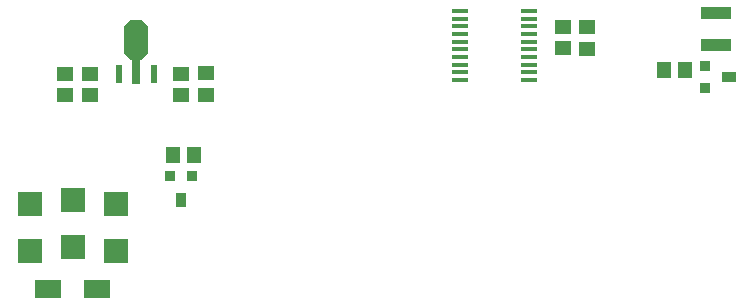
<source format=gtp>
G04*
G04 #@! TF.GenerationSoftware,Altium Limited,Altium Designer,24.10.1 (45)*
G04*
G04 Layer_Color=8421504*
%FSLAX43Y43*%
%MOMM*%
G71*
G04*
G04 #@! TF.SameCoordinates,DA216BA7-6C9C-4F93-A9C1-4DB8622052F4*
G04*
G04*
G04 #@! TF.FilePolarity,Positive*
G04*
G01*
G75*
%ADD19R,1.200X1.400*%
%ADD20R,1.400X1.200*%
%ADD21R,1.475X0.450*%
%ADD22R,2.000X2.000*%
%ADD23R,2.200X1.550*%
%ADD24R,1.270X0.914*%
%ADD25R,0.914X0.914*%
%ADD26R,0.914X1.270*%
%ADD27R,0.914X0.914*%
%ADD28R,2.600X1.100*%
G04:AMPARAMS|DCode=29|XSize=2mm|YSize=3.4mm|CornerRadius=0mm|HoleSize=0mm|Usage=FLASHONLY|Rotation=180.000|XOffset=0mm|YOffset=0mm|HoleType=Round|Shape=Octagon|*
%AMOCTAGOND29*
4,1,8,0.500,-1.700,-0.500,-1.700,-1.000,-1.200,-1.000,1.200,-0.500,1.700,0.500,1.700,1.000,1.200,1.000,-1.200,0.500,-1.700,0.0*
%
%ADD29OCTAGOND29*%

%ADD30R,0.600X1.600*%
%ADD31R,0.700X2.000*%
D19*
X70516Y101479D02*
D03*
X68716Y101479D02*
D03*
X112096Y108667D02*
D03*
X110296Y108667D02*
D03*
D20*
X103779Y110485D02*
D03*
Y112285D02*
D03*
X101722Y110510D02*
D03*
Y112310D02*
D03*
X71463Y106588D02*
D03*
Y108388D02*
D03*
X59550Y106526D02*
D03*
Y108326D02*
D03*
X61658Y106526D02*
D03*
Y108326D02*
D03*
X69354Y106562D02*
D03*
Y108362D02*
D03*
D21*
X93018Y107825D02*
D03*
Y108475D02*
D03*
Y109125D02*
D03*
Y109775D02*
D03*
Y110425D02*
D03*
Y111075D02*
D03*
Y111725D02*
D03*
Y112375D02*
D03*
Y113025D02*
D03*
Y113675D02*
D03*
X98894D02*
D03*
Y113025D02*
D03*
Y112375D02*
D03*
Y111725D02*
D03*
Y111075D02*
D03*
Y110425D02*
D03*
Y109775D02*
D03*
Y109125D02*
D03*
Y108475D02*
D03*
Y107825D02*
D03*
D22*
X60218Y93688D02*
D03*
Y97688D02*
D03*
X63876Y97358D02*
D03*
Y93358D02*
D03*
X56586Y97358D02*
D03*
Y93358D02*
D03*
D23*
X62268Y90176D02*
D03*
X58168D02*
D03*
D24*
X115819Y108070D02*
D03*
D25*
X113787Y109035D02*
D03*
Y107131D02*
D03*
D26*
X69374Y97675D02*
D03*
D27*
X70340Y99707D02*
D03*
X68435D02*
D03*
D28*
X114727Y113472D02*
D03*
Y110772D02*
D03*
D29*
X65602Y111212D02*
D03*
D30*
X67102Y108312D02*
D03*
X64102D02*
D03*
D31*
X65602Y108512D02*
D03*
M02*

</source>
